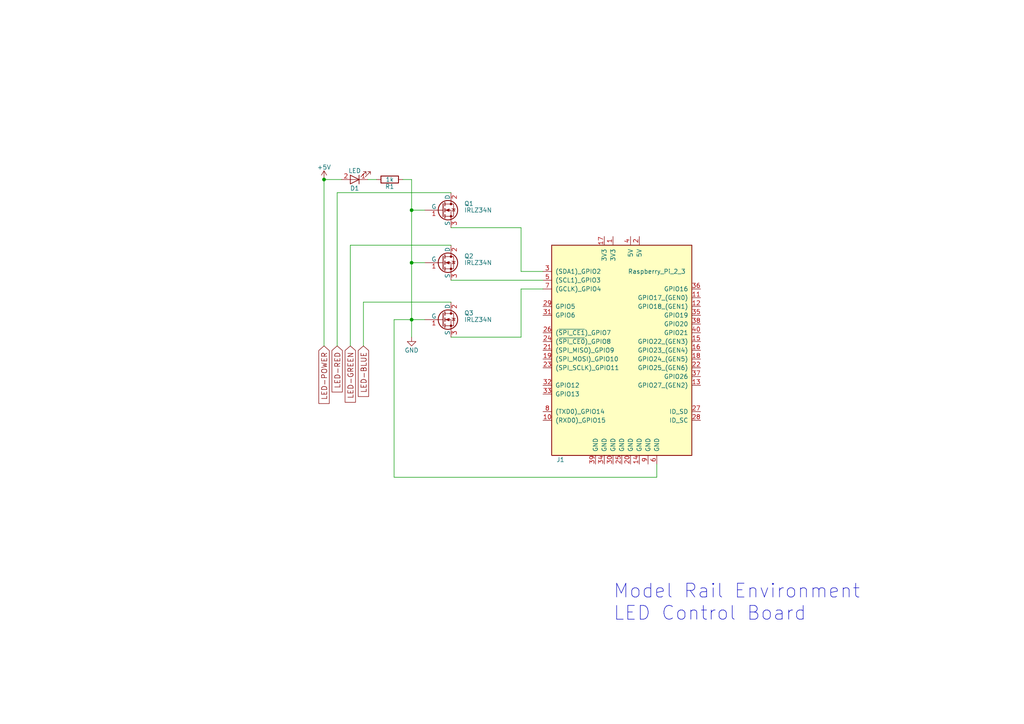
<source format=kicad_sch>
(kicad_sch (version 20211123) (generator eeschema)
  (paper "A4")
  (title_block (title "Model Rail Enviro - LED Control Board") (date "2022-10-23"))
  (lib_symbols
    (symbol "rasppi-led-rescue:+5V" (power) (pin_names (offset 0))
      (property "Value" "+5V" (at 0 3.556 0))
      (symbol "+5V_0_1"
        (polyline (pts (xy -0.762 1.27) (xy 0 2.54)))
        (polyline (pts (xy 0 0) (xy 0 2.54)))
        (polyline (pts (xy 0 2.54) (xy 0.762 1.27)))
      )
      (symbol "+5V_1_1"
        (pin power_in line (at 0 0 90) (length 0) hide (name "+5V") (number "1"))
      )
    )
    (symbol "rasppi-led-rescue:GND" (power) (pin_names (offset 0))
      (property "Value" "GND" (at 0 -3.81 0))
      (symbol "GND_0_1"
        (polyline (pts (xy 0 0) (xy 0 -1.27) (xy 1.27 -1.27) (xy 0 -2.54) (xy -1.27 -1.27) (xy 0 -1.27)))
      )
      (symbol "GND_1_1"
        (pin power_in line (at 0 0 270) (length 0) hide (name "GND") (number "1"))
      )
    )
    (symbol "rasppi-led-rescue:IRLZ34N" (pin_names (offset 0))
      (property "Reference" "Q" (at 6.35 1.905 0))
      (property "Value" "IRLZ34N" (at 6.35 0 0))
      (symbol "IRLZ34N_0_1"
        (polyline (pts (xy 0.762 -1.778) (xy 2.54 -1.778)))
        (polyline (pts (xy 0.762 -1.27) (xy 0.762 -2.286)) (stroke (width 0.254)))
        (polyline (pts (xy 0.762 0) (xy 2.54 0)))
        (polyline (pts (xy 0.762 0.508) (xy 0.762 -0.508)) (stroke (width 0.254)))
        (polyline (pts (xy 0.762 1.778) (xy 2.54 1.778)))
        (polyline (pts (xy 0.762 2.286) (xy 0.762 1.27)) (stroke (width 0.254)))
        (polyline (pts (xy 2.54 -1.778) (xy 2.54 -2.54)))
        (polyline (pts (xy 2.54 -1.778) (xy 2.54 0)))
        (polyline (pts (xy 2.54 2.54) (xy 2.54 1.778)))
        (polyline (pts (xy 0.254 1.905) (xy 0.254 -1.905) (xy 0.254 -1.905)) (stroke (width 0.254)))
        (polyline (pts (xy 1.016 0) (xy 2.032 0.381) (xy 2.032 -0.381) (xy 1.016 0)) (fill (type outline)))
        (polyline (pts (xy 2.54 -1.778) (xy 3.302 -1.778) (xy 3.302 1.778) (xy 2.54 1.778)))
        (polyline (pts (xy 2.794 0.508) (xy 2.921 0.381) (xy 3.683 0.381) (xy 3.81 0.254)))
        (polyline (pts (xy 3.302 0.381) (xy 2.921 -0.254) (xy 3.683 -0.254) (xy 3.302 0.381)))
        (circle (center 1.651 0) (radius 2.8194) (stroke (width 0.254)))
        (circle (center 2.54 -1.778) (radius 0.2794) (fill (type outline)))
        (circle (center 2.54 1.778) (radius 0.2794) (fill (type outline)))
      )
      (symbol "IRLZ34N_1_1"
        (pin input line (at -5.08 0 0) (length 5.334) (name "G") (number "1"))
        (pin passive line (at 2.54 5.08 270) (length 2.54) (name "D") (number "2"))
        (pin passive line (at 2.54 -5.08 90) (length 2.54) (name "S") (number "3"))
      )
    )
    (symbol "rasppi-led-rescue:LED" (pin_names (offset 1.016) hide)
      (property "Reference" "D" (at 0 2.54 0))
      (property "Value" "LED" (at 0 -2.54 0))
      (symbol "LED_0_1"
        (polyline (pts (xy -1.27 -1.27) (xy -1.27 1.27)) (stroke (width 0.2032)))
        (polyline (pts (xy -1.27 0) (xy 1.27 0)))
        (polyline (pts (xy 1.27 -1.27) (xy 1.27 1.27) (xy -1.27 0) (xy 1.27 -1.27)) (stroke (width 0.2032)))
        (polyline (pts (xy -3.048 -0.762) (xy -4.572 -2.286) (xy -3.81 -2.286) (xy -4.572 -2.286) (xy -4.572 -1.524)))
        (polyline (pts (xy -1.778 -0.762) (xy -3.302 -2.286) (xy -2.54 -2.286) (xy -3.302 -2.286) (xy -3.302 -1.524)))
      )
      (symbol "LED_1_1"
        (pin passive line (at -3.81 0 0) (length 2.54) (name "K") (number "1"))
        (pin passive line (at 3.81 0 180) (length 2.54) (name "A") (number "2"))
      )
    )
    (symbol "rasppi-led-rescue:R" (pin_numbers hide) (pin_names (offset 0))
      (property "Reference" "R" (at 2.032 0 90))
      (property "Value" "R" (at 0 0 90))
      (symbol "R_0_1"
        (rectangle (start -1.016 -2.54) (end 1.016 2.54) (stroke (width 0.254)))
      )
      (symbol "R_1_1"
        (pin passive line (at 0 3.81 270) (length 1.27) (name "~") (number "1"))
        (pin passive line (at 0 -3.81 90) (length 1.27) (name "~") (number "2"))
      )
    )
    (symbol "rasppi-led-rescue:Raspberry_Pi_2_3" (pin_names (offset 1.016))
      (property "Reference" "J" (at 17.78 -31.75 0))
      (property "Value" "Raspberry_Pi_2_3" (at -10.16 22.86 0))
      (symbol "Raspberry_Pi_2_3_0_1"
        (rectangle (start -20.32 30.48) (end 20.32 -30.48) (stroke (width 0.254)) (fill (type background)))
      )
      (symbol "Raspberry_Pi_2_3_1_1"
        (pin power_out line (at 2.54 33.02 270) (length 2.54) (name "3V3") (number "1"))
        (pin bidirectional line (at 22.86 -20.32 180) (length 2.54) (name "(RXD0)_GPIO15") (number "10"))
        (pin bidirectional line (at -22.86 15.24 0) (length 2.54) (name "GPIO17_(GEN0)") (number "11"))
        (pin bidirectional line (at -22.86 12.7 0) (length 2.54) (name "GPIO18_(GEN1)") (number "12"))
        (pin bidirectional line (at -22.86 -10.16 0) (length 2.54) (name "GPIO27_(GEN2)") (number "13"))
        (pin passive line (at -5.08 -33.02 90) (length 2.54) (name "GND") (number "14"))
        (pin bidirectional line (at -22.86 2.54 0) (length 2.54) (name "GPIO22_(GEN3)") (number "15"))
        (pin bidirectional line (at -22.86 0 0) (length 2.54) (name "GPIO23_(GEN4)") (number "16"))
        (pin power_out line (at 5.08 33.02 270) (length 2.54) (name "3V3") (number "17"))
        (pin bidirectional line (at -22.86 -2.54 0) (length 2.54) (name "GPIO24_(GEN5)") (number "18"))
        (pin bidirectional line (at 22.86 -2.54 180) (length 2.54) (name "(SPI_MOSI)_GPIO10") (number "19"))
        (pin passive line (at -5.08 33.02 270) (length 2.54) (name "5V") (number "2"))
        (pin passive line (at -2.54 -33.02 90) (length 2.54) (name "GND") (number "20"))
        (pin bidirectional line (at 22.86 0 180) (length 2.54) (name "(SPI_MISO)_GPIO9") (number "21"))
        (pin bidirectional line (at -22.86 -5.08 0) (length 2.54) (name "GPIO25_(GEN6)") (number "22"))
        (pin bidirectional line (at 22.86 -5.08 180) (length 2.54) (name "(SPI_SCLK)_GPIO11") (number "23"))
        (pin bidirectional line (at 22.86 2.54 180) (length 2.54) (name "(~{SPI_CE0})_GPIO8") (number "24"))
        (pin passive line (at 0 -33.02 90) (length 2.54) (name "GND") (number "25"))
        (pin bidirectional line (at 22.86 5.08 180) (length 2.54) (name "(~{SPI_CE1})_GPIO7") (number "26"))
        (pin bidirectional line (at -22.86 -17.78 0) (length 2.54) (name "ID_SD") (number "27"))
        (pin bidirectional line (at -22.86 -20.32 0) (length 2.54) (name "ID_SC") (number "28"))
        (pin bidirectional line (at 22.86 12.7 180) (length 2.54) (name "GPIO5") (number "29"))
        (pin bidirectional line (at 22.86 22.86 180) (length 2.54) (name "(SDA1)_GPIO2") (number "3"))
        (pin passive line (at 2.54 -33.02 90) (length 2.54) (name "GND") (number "30"))
        (pin bidirectional line (at 22.86 10.16 180) (length 2.54) (name "GPIO6") (number "31"))
        (pin bidirectional line (at 22.86 -10.16 180) (length 2.54) (name "GPIO12") (number "32"))
        (pin bidirectional line (at 22.86 -12.7 180) (length 2.54) (name "GPIO13") (number "33"))
        (pin passive line (at 5.08 -33.02 90) (length 2.54) (name "GND") (number "34"))
        (pin bidirectional line (at -22.86 10.16 0) (length 2.54) (name "GPIO19") (number "35"))
        (pin bidirectional line (at -22.86 17.78 0) (length 2.54) (name "GPIO16") (number "36"))
        (pin bidirectional line (at -22.86 -7.62 0) (length 2.54) (name "GPIO26") (number "37"))
        (pin bidirectional line (at -22.86 7.62 0) (length 2.54) (name "GPIO20") (number "38"))
        (pin passive line (at 7.62 -33.02 90) (length 2.54) (name "GND") (number "39"))
        (pin passive line (at -2.54 33.02 270) (length 2.54) (name "5V") (number "4"))
        (pin bidirectional line (at -22.86 5.08 0) (length 2.54) (name "GPIO21") (number "40"))
        (pin bidirectional line (at 22.86 20.32 180) (length 2.54) (name "(SCL1)_GPIO3") (number "5"))
        (pin passive line (at -10.16 -33.02 90) (length 2.54) (name "GND") (number "6"))
        (pin bidirectional line (at 22.86 17.78 180) (length 2.54) (name "(GCLK)_GPIO4") (number "7"))
        (pin bidirectional line (at 22.86 -17.78 180) (length 2.54) (name "(TXD0)_GPIO14") (number "8"))
        (pin passive line (at -7.62 -33.02 90) (length 2.54) (name "GND") (number "9"))
      )
    )
  )
  (junction (at 119.38 60.96))
  (junction (at 119.38 76.2))
  (junction (at 93.98 52.07))
  (junction (at 119.38 92.71))
  (wire (pts (xy 151.13 97.79) (xy 130.81 97.79)))
  (wire (pts (xy 130.81 55.88) (xy 97.79 55.88)))
  (wire (pts (xy 116.84 52.07) (xy 119.38 52.07)))
  (wire (pts (xy 123.19 76.2) (xy 119.38 76.2)))
  (wire (pts (xy 190.5 134.62) (xy 190.5 138.43)))
  (wire (pts (xy 119.38 92.71) (xy 123.19 92.71)))
  (wire (pts (xy 151.13 66.04) (xy 151.13 78.74)))
  (wire (pts (xy 130.81 87.63) (xy 105.41 87.63)))
  (wire (pts (xy 151.13 78.74) (xy 157.48 78.74)))
  (wire (pts (xy 119.38 60.96) (xy 119.38 76.2)))
  (wire (pts (xy 109.22 52.07) (xy 106.68 52.07)))
  (wire (pts (xy 114.3 92.71) (xy 119.38 92.71)))
  (wire (pts (xy 157.48 83.82) (xy 151.13 83.82)))
  (wire (pts (xy 97.79 55.88) (xy 97.79 100.33)))
  (wire (pts (xy 123.19 60.96) (xy 119.38 60.96)))
  (wire (pts (xy 190.5 138.43) (xy 114.3 138.43)))
  (wire (pts (xy 93.98 100.33) (xy 93.98 52.07)))
  (wire (pts (xy 130.81 71.12) (xy 101.6 71.12)))
  (wire (pts (xy 130.81 81.28) (xy 157.48 81.28)))
  (wire (pts (xy 105.41 87.63) (xy 105.41 100.33)))
  (wire (pts (xy 119.38 92.71) (xy 119.38 97.79)))
  (wire (pts (xy 130.81 66.04) (xy 151.13 66.04)))
  (wire (pts (xy 119.38 76.2) (xy 119.38 92.71)))
  (wire (pts (xy 151.13 83.82) (xy 151.13 97.79)))
  (wire (pts (xy 93.98 52.07) (xy 99.06 52.07)))
  (wire (pts (xy 119.38 52.07) (xy 119.38 60.96)))
  (wire (pts (xy 101.6 71.12) (xy 101.6 100.33)))
  (wire (pts (xy 114.3 138.43) (xy 114.3 92.71)))
  (text "Model Rail Environment\nLED Control Board" (at 177.8 180.34 0) (effects (font (size 4 4)) (justify left bottom)))
  (global_label "LED-BLUE" (shape input) (at 105.41 100.33 270) (effects (font (size 1.524 1.524))) (property "Intersheet References" "${INTERSHEET_REFS}" (effects hide)))
  (global_label "LED-RED" (shape input) (at 97.79 100.33 270) (effects (font (size 1.524 1.524))) (property "Intersheet References" "${INTERSHEET_REFS}" (effects hide)))
  (global_label "LED-POWER" (shape input) (at 93.98 100.33 270) (effects (font (size 1.524 1.524))) (property "Intersheet References" "${INTERSHEET_REFS}" (effects hide)))
  (global_label "LED-GREEN" (shape input) (at 101.6 100.33 270) (effects (font (size 1.524 1.524))) (property "Intersheet References" "${INTERSHEET_REFS}" (effects hide)))
  (symbol (lib_id "rasppi-led-rescue:IRLZ34N") (at 128.27 60.96 0) (unit 1)
    (property "Reference" "Q1" (at 134.62 59.055 0) (effects (justify left)))
    (property "Value" "IRLZ34N" (at 134.62 60.96 0) (effects (justify left)))
    (property "Footprint" "TO_SOT_Packages_THT:TO-220_Vertical" (effects hide))
  )
  (symbol (lib_id "rasppi-led-rescue:IRLZ34N") (at 128.27 76.2 0) (unit 1)
    (property "Reference" "Q2" (at 134.62 74.295 0) (effects (justify left)))
    (property "Value" "IRLZ34N" (at 134.62 76.2 0) (effects (justify left)))
    (property "Footprint" "TO_SOT_Packages_THT:TO-220_Vertical" (effects hide))
  )
  (symbol (lib_id "rasppi-led-rescue:IRLZ34N") (at 128.27 92.71 0) (unit 1)
    (property "Reference" "Q3" (at 134.62 90.805 0) (effects (justify left)))
    (property "Value" "IRLZ34N" (at 134.62 92.71 0) (effects (justify left)))
    (property "Footprint" "TO_SOT_Packages_THT:TO-220_Vertical" (effects hide))
  )
  (symbol (lib_id "rasppi-led-rescue:GND") (at 119.38 97.79 0) (unit 1)
    (property "Reference" "#PWR2" (effects hide))
    (property "Value" "GND" (at 119.38 101.6 0))
  )
  (symbol (lib_id "rasppi-led-rescue:+5V") (at 93.98 52.07 0) (unit 1)
    (property "Reference" "#PWR1" (effects hide))
    (property "Value" "+5V" (at 93.98 48.514 0))
  )
  (symbol (lib_id "rasppi-led-rescue:LED") (at 102.87 52.07 180) (unit 1)
    (property "Reference" "D1" (at 102.87 54.61 0))
    (property "Value" "LED" (at 102.87 49.53 0))
  )
  (symbol (lib_id "rasppi-led-rescue:R") (at 113.03 52.07 270) (unit 1)
    (property "Reference" "R1" (at 113.03 54.102 90))
    (property "Value" "1k" (at 113.03 52.07 90))
  )
  (symbol (lib_id "rasppi-led-rescue:Raspberry_Pi_2_3") (at 180.34 101.6 0) (mirror y) (unit 1)
    (property "Reference" "J1" (at 162.56 133.35 0))
    (property "Value" "Raspberry_Pi_2_3" (at 190.5 78.74 0))
    (property "Footprint" "Pin_Headers:Pin_Header_Straight_2x20" (effects hide))
  )
)
</source>
